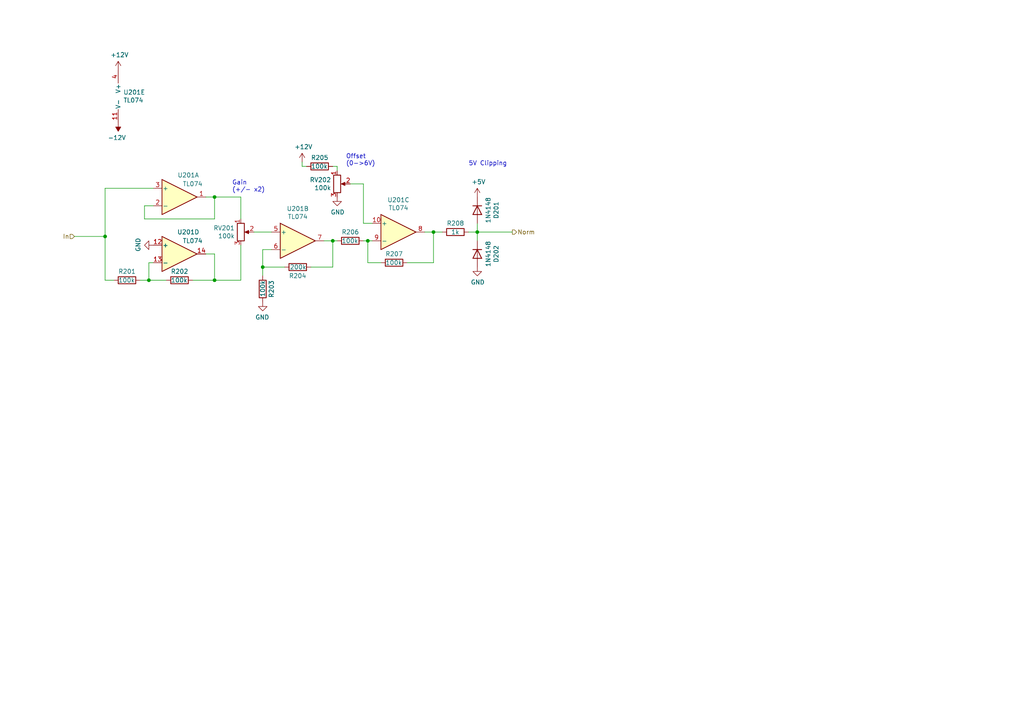
<source format=kicad_sch>
(kicad_sch (version 20230121) (generator eeschema)
  (paper "A4")
  (lib_symbols
    (symbol "Amplifier_Operational:TL074" (pin_names (offset 0.127))
      (property "Reference" "U" (at 0 5.08 0))
      (property "Value" "TL074" (at 0 -5.08 0))
      (symbol "TL074_1_1"
        (polyline (pts (xy -5.08 5.08) (xy 5.08 0) (xy -5.08 -5.08) (xy -5.08 5.08)) (stroke (width 0.254)) (fill (type background)))
        (pin output line (at 7.62 0 180) (length 2.54) (name "~") (number "1"))
        (pin input line (at -7.62 -2.54 0) (length 2.54) (name "-") (number "2"))
        (pin input line (at -7.62 2.54 0) (length 2.54) (name "+") (number "3"))
      )
      (symbol "TL074_2_1"
        (polyline (pts (xy -5.08 5.08) (xy 5.08 0) (xy -5.08 -5.08) (xy -5.08 5.08)) (stroke (width 0.254)) (fill (type background)))
        (pin input line (at -7.62 2.54 0) (length 2.54) (name "+") (number "5"))
        (pin input line (at -7.62 -2.54 0) (length 2.54) (name "-") (number "6"))
        (pin output line (at 7.62 0 180) (length 2.54) (name "~") (number "7"))
      )
      (symbol "TL074_3_1"
        (polyline (pts (xy -5.08 5.08) (xy 5.08 0) (xy -5.08 -5.08) (xy -5.08 5.08)) (stroke (width 0.254)) (fill (type background)))
        (pin input line (at -7.62 2.54 0) (length 2.54) (name "+") (number "10"))
        (pin output line (at 7.62 0 180) (length 2.54) (name "~") (number "8"))
        (pin input line (at -7.62 -2.54 0) (length 2.54) (name "-") (number "9"))
      )
      (symbol "TL074_4_1"
        (polyline (pts (xy -5.08 5.08) (xy 5.08 0) (xy -5.08 -5.08) (xy -5.08 5.08)) (stroke (width 0.254)) (fill (type background)))
        (pin input line (at -7.62 2.54 0) (length 2.54) (name "+") (number "12"))
        (pin input line (at -7.62 -2.54 0) (length 2.54) (name "-") (number "13"))
        (pin output line (at 7.62 0 180) (length 2.54) (name "~") (number "14"))
      )
      (symbol "TL074_5_1"
        (pin power_in line (at -2.54 -7.62 90) (length 3.81) (name "V-") (number "11"))
        (pin power_in line (at -2.54 7.62 270) (length 3.81) (name "V+") (number "4"))
      )
    )
    (symbol "Device:R" (pin_numbers hide) (pin_names (offset 0))
      (property "Reference" "R" (at 2.032 0 90))
      (property "Value" "R" (at 0 0 90))
      (symbol "R_0_1"
        (rectangle (start -1.016 -2.54) (end 1.016 2.54) (stroke (width 0.254)))
      )
      (symbol "R_1_1"
        (pin passive line (at 0 3.81 270) (length 1.27) (name "~") (number "1"))
        (pin passive line (at 0 -3.81 90) (length 1.27) (name "~") (number "2"))
      )
    )
    (symbol "Device:R_Potentiometer" (pin_names (offset 1.016) hide)
      (property "Reference" "RV" (at -4.445 0 90))
      (property "Value" "R_Potentiometer" (at -2.54 0 90))
      (symbol "R_Potentiometer_0_1"
        (polyline (pts (xy 2.54 0) (xy 1.524 0)))
        (polyline (pts (xy 1.143 0) (xy 2.286 0.508) (xy 2.286 -0.508) (xy 1.143 0)) (fill (type outline)))
        (rectangle (start 1.016 2.54) (end -1.016 -2.54) (stroke (width 0.254)))
      )
      (symbol "R_Potentiometer_1_1"
        (pin passive line (at 0 3.81 270) (length 1.27) (name "1") (number "1"))
        (pin passive line (at 3.81 0 180) (length 1.27) (name "2") (number "2"))
        (pin passive line (at 0 -3.81 90) (length 1.27) (name "3") (number "3"))
      )
    )
    (symbol "Diode:1N4148" (pin_numbers hide) (pin_names hide)
      (property "Reference" "D" (at 0 2.54 0))
      (property "Value" "1N4148" (at 0 -2.54 0))
      (symbol "1N4148_0_1"
        (polyline (pts (xy -1.27 1.27) (xy -1.27 -1.27)) (stroke (width 0.254)))
        (polyline (pts (xy 1.27 0) (xy -1.27 0)))
        (polyline (pts (xy 1.27 1.27) (xy 1.27 -1.27) (xy -1.27 0) (xy 1.27 1.27)) (stroke (width 0.254)))
      )
      (symbol "1N4148_1_1"
        (pin passive line (at -3.81 0 0) (length 2.54) (name "K") (number "1"))
        (pin passive line (at 3.81 0 180) (length 2.54) (name "A") (number "2"))
      )
    )
    (symbol "power:+12V" (power) (pin_names (offset 0))
      (property "Value" "+12V" (at 0 3.556 0))
      (symbol "+12V_0_1"
        (polyline (pts (xy -0.762 1.27) (xy 0 2.54)))
        (polyline (pts (xy 0 0) (xy 0 2.54)))
        (polyline (pts (xy 0 2.54) (xy 0.762 1.27)))
      )
      (symbol "+12V_1_1"
        (pin power_in line (at 0 0 90) (length 0) hide (name "+12V") (number "1"))
      )
    )
    (symbol "power:+5V" (power) (pin_names (offset 0))
      (property "Value" "+5V" (at 0 3.556 0))
      (symbol "+5V_0_1"
        (polyline (pts (xy -0.762 1.27) (xy 0 2.54)))
        (polyline (pts (xy 0 0) (xy 0 2.54)))
        (polyline (pts (xy 0 2.54) (xy 0.762 1.27)))
      )
      (symbol "+5V_1_1"
        (pin power_in line (at 0 0 90) (length 0) hide (name "+5V") (number "1"))
      )
    )
    (symbol "power:-12V" (power) (pin_names (offset 0))
      (property "Value" "-12V" (at 0 3.81 0))
      (symbol "-12V_0_0"
        (pin power_in line (at 0 0 90) (length 0) hide (name "-12V") (number "1"))
      )
      (symbol "-12V_0_1"
        (polyline (pts (xy 0 0) (xy 0 1.27) (xy 0.762 1.27) (xy 0 2.54) (xy -0.762 1.27) (xy 0 1.27)) (fill (type outline)))
      )
    )
    (symbol "power:GND" (power) (pin_names (offset 0))
      (property "Value" "GND" (at 0 -3.81 0))
      (symbol "GND_0_1"
        (polyline (pts (xy 0 0) (xy 0 -1.27) (xy 1.27 -1.27) (xy 0 -2.54) (xy -1.27 -1.27) (xy 0 -1.27)))
      )
      (symbol "GND_1_1"
        (pin power_in line (at 0 0 270) (length 0) hide (name "GND") (number "1"))
      )
    )
  )
  (junction (at 125.73 67.31))
  (junction (at 96.52 69.85))
  (junction (at 138.43 67.31))
  (junction (at 43.18 81.28))
  (junction (at 62.23 57.15))
  (junction (at 62.23 81.28))
  (junction (at 76.2 77.47))
  (junction (at 30.48 68.58))
  (junction (at 106.68 69.85))
  (wire (pts (xy 62.23 57.15) (xy 59.69 57.15)))
  (wire (pts (xy 105.41 53.34) (xy 105.41 64.77)))
  (wire (pts (xy 125.73 76.2) (xy 125.73 67.31)))
  (wire (pts (xy 105.41 64.77) (xy 107.95 64.77)))
  (wire (pts (xy 106.68 76.2) (xy 110.49 76.2)))
  (wire (pts (xy 138.43 69.85) (xy 138.43 67.31)))
  (wire (pts (xy 44.45 59.69) (xy 41.91 59.69)))
  (wire (pts (xy 76.2 77.47) (xy 76.2 72.39)))
  (wire (pts (xy 76.2 72.39) (xy 78.74 72.39)))
  (wire (pts (xy 76.2 80.01) (xy 76.2 77.47)))
  (wire (pts (xy 43.18 76.2) (xy 44.45 76.2)))
  (wire (pts (xy 138.43 67.31) (xy 148.59 67.31)))
  (wire (pts (xy 106.68 69.85) (xy 106.68 76.2)))
  (wire (pts (xy 30.48 81.28) (xy 33.02 81.28)))
  (wire (pts (xy 97.79 48.26) (xy 97.79 49.53)))
  (wire (pts (xy 78.74 67.31) (xy 73.66 67.31)))
  (wire (pts (xy 62.23 57.15) (xy 69.85 57.15)))
  (wire (pts (xy 96.52 48.26) (xy 97.79 48.26)))
  (wire (pts (xy 30.48 68.58) (xy 30.48 81.28)))
  (wire (pts (xy 21.59 68.58) (xy 30.48 68.58)))
  (wire (pts (xy 43.18 81.28) (xy 48.26 81.28)))
  (wire (pts (xy 44.45 54.61) (xy 30.48 54.61)))
  (wire (pts (xy 41.91 59.69) (xy 41.91 63.5)))
  (wire (pts (xy 62.23 81.28) (xy 62.23 73.66)))
  (wire (pts (xy 125.73 67.31) (xy 123.19 67.31)))
  (wire (pts (xy 69.85 81.28) (xy 62.23 81.28)))
  (wire (pts (xy 69.85 71.12) (xy 69.85 81.28)))
  (wire (pts (xy 62.23 73.66) (xy 59.69 73.66)))
  (wire (pts (xy 87.63 48.26) (xy 88.9 48.26)))
  (wire (pts (xy 96.52 69.85) (xy 97.79 69.85)))
  (wire (pts (xy 105.41 69.85) (xy 106.68 69.85)))
  (wire (pts (xy 69.85 57.15) (xy 69.85 63.5)))
  (wire (pts (xy 93.98 69.85) (xy 96.52 69.85)))
  (wire (pts (xy 96.52 69.85) (xy 96.52 77.47)))
  (wire (pts (xy 138.43 67.31) (xy 138.43 64.77)))
  (wire (pts (xy 135.89 67.31) (xy 138.43 67.31)))
  (wire (pts (xy 41.91 63.5) (xy 62.23 63.5)))
  (wire (pts (xy 30.48 54.61) (xy 30.48 68.58)))
  (wire (pts (xy 87.63 46.99) (xy 87.63 48.26)))
  (wire (pts (xy 55.88 81.28) (xy 62.23 81.28)))
  (wire (pts (xy 40.64 81.28) (xy 43.18 81.28)))
  (wire (pts (xy 43.18 81.28) (xy 43.18 76.2)))
  (wire (pts (xy 96.52 77.47) (xy 90.17 77.47)))
  (wire (pts (xy 101.6 53.34) (xy 105.41 53.34)))
  (wire (pts (xy 106.68 69.85) (xy 107.95 69.85)))
  (wire (pts (xy 118.11 76.2) (xy 125.73 76.2)))
  (wire (pts (xy 62.23 63.5) (xy 62.23 57.15)))
  (wire (pts (xy 128.27 67.31) (xy 125.73 67.31)))
  (wire (pts (xy 82.55 77.47) (xy 76.2 77.47)))
  (text "Offset\n(0->6V)" (at 100.33 48.26 0) (effects (font (size 1.27 1.27)) (justify left bottom)))
  (text "5V Clipping" (at 135.89 48.26 0) (effects (font (size 1.27 1.27)) (justify left bottom)))
  (text "Gain\n(+/- x2)" (at 67.31 55.88 0) (effects (font (size 1.27 1.27)) (justify left bottom)))
  (hierarchical_label "In" (shape input) (at 21.59 68.58 180))
  (hierarchical_label "Norm" (shape output) (at 148.59 67.31 0))
  (symbol (lib_id "Amplifier_Operational:TL074") (at 52.07 57.15 0) (unit 1)
    (property "Reference" "U201" (at 54.61 50.8 0))
    (property "Value" "TL074" (at 55.88 53.34 0))
    (property "Footprint" "Package_DIP:DIP-14_W7.62mm_LongPads" (effects hide))
    (property "Datasheet" "http://www.ti.com/lit/ds/symlink/tl071.pdf" (effects hide))
    (instances (project "Lights" (path "" (reference "U201") (unit 1)) (path "" (reference "U601") (unit 1)) (path "" (reference "U501") (unit 1)) (path "" (reference "U?") (unit 1))))
  )
  (symbol (lib_id "Amplifier_Operational:TL074") (at 115.57 67.31 0) (unit 3)
    (property "Reference" "U201" (at 115.57 57.9882 0))
    (property "Value" "TL074" (at 115.57 60.2996 0))
    (property "Footprint" "Package_DIP:DIP-14_W7.62mm_LongPads" (effects hide))
    (property "Datasheet" "http://www.ti.com/lit/ds/symlink/tl071.pdf" (effects hide))
    (instances (project "Lights" (path "" (reference "U201") (unit 3)) (path "" (reference "U601") (unit 3)) (path "" (reference "U501") (unit 3)) (path "" (reference "U?") (unit 3))))
  )
  (symbol (lib_id "Amplifier_Operational:TL074") (at 86.36 69.85 0) (unit 2)
    (property "Reference" "U201" (at 86.36 60.5282 0))
    (property "Value" "TL074" (at 86.36 62.8396 0))
    (property "Footprint" "Package_DIP:DIP-14_W7.62mm_LongPads" (effects hide))
    (property "Datasheet" "http://www.ti.com/lit/ds/symlink/tl071.pdf" (effects hide))
    (instances (project "Lights" (path "" (reference "U201") (unit 2)) (path "" (reference "U601") (unit 2)) (path "" (reference "U501") (unit 2)) (path "" (reference "U?") (unit 2))))
  )
  (symbol (lib_id "Amplifier_Operational:TL074") (at 52.07 73.66 0) (unit 4)
    (property "Reference" "U201" (at 54.61 67.31 0))
    (property "Value" "TL074" (at 55.88 69.85 0))
    (property "Footprint" "Package_DIP:DIP-14_W7.62mm_LongPads" (effects hide))
    (property "Datasheet" "http://www.ti.com/lit/ds/symlink/tl071.pdf" (effects hide))
    (instances (project "Lights" (path "" (reference "U201") (unit 4)) (path "" (reference "U601") (unit 4)) (path "" (reference "U501") (unit 4)) (path "" (reference "U?") (unit 4))))
  )
  (symbol (lib_id "Amplifier_Operational:TL074") (at 36.83 27.94 0) (unit 5)
    (property "Reference" "U201" (at 35.7632 26.7716 0) (effects (justify left)))
    (property "Value" "TL074" (at 35.7632 29.083 0) (effects (justify left)))
    (property "Footprint" "Package_DIP:DIP-14_W7.62mm_LongPads" (effects hide))
    (property "Datasheet" "http://www.ti.com/lit/ds/symlink/tl071.pdf" (effects hide))
    (instances (project "Lights" (path "" (reference "U201") (unit 5)) (path "" (reference "U601") (unit 5)) (path "" (reference "U501") (unit 5)) (path "" (reference "U?") (unit 5))))
  )
  (symbol (lib_id "Device:R") (at 52.07 81.28 270) (unit 1)
    (property "Reference" "R202" (at 49.53 78.74 90) (effects (justify left)))
    (property "Value" "100k" (at 49.53 81.28 90) (effects (justify left)))
    (property "Footprint" "Resistor_THT:R_Axial_DIN0204_L3.6mm_D1.6mm_P2.54mm_Vertical" (effects hide))
    (instances (project "Lights" (path "" (reference "R202") (unit 1)) (path "" (reference "R602") (unit 1)) (path "" (reference "R502") (unit 1)) (path "" (reference "R?") (unit 1))))
  )
  (symbol (lib_id "power:GND") (at 44.45 71.12 270) (mirror x) (unit 1)
    (property "Reference" "#PWR?" (effects hide))
    (property "Value" "GND" (at 40.0558 70.993 0))
    (instances (project "Lights" (path "" (reference "#PWR0503") (unit 1)) (path "" (reference "#PWR?") (unit 1)) (path "" (reference "#PWR0603") (unit 1)) (path "" (reference "#PWR0203") (unit 1))))
  )
  (symbol (lib_id "Device:R") (at 36.83 81.28 270) (unit 1)
    (property "Reference" "R201" (at 34.29 78.74 90) (effects (justify left)))
    (property "Value" "100k" (at 34.29 81.28 90) (effects (justify left)))
    (property "Footprint" "Resistor_THT:R_Axial_DIN0204_L3.6mm_D1.6mm_P2.54mm_Vertical" (effects hide))
    (instances (project "Lights" (path "" (reference "R201") (unit 1)) (path "" (reference "R601") (unit 1)) (path "" (reference "R501") (unit 1)) (path "" (reference "R?") (unit 1))))
  )
  (symbol (lib_id "Device:R_Potentiometer") (at 69.85 67.31 0) (unit 1)
    (property "Reference" "RV201" (at 68.0974 66.1416 0) (effects (justify right)))
    (property "Value" "100k" (at 68.0974 68.453 0) (effects (justify right)))
    (property "Footprint" "Connector_PinHeader_2.54mm:PinHeader_1x03_P2.54mm_Vertical" (effects hide))
    (instances (project "Lights" (path "" (reference "RV201") (unit 1)) (path "" (reference "RV601") (unit 1)) (path "" (reference "RV501") (unit 1)) (path "" (reference "RV?") (unit 1))))
  )
  (symbol (lib_id "Device:R") (at 76.2 83.82 180) (unit 1)
    (property "Reference" "R203" (at 78.74 81.28 90) (effects (justify left)))
    (property "Value" "100k" (at 76.2 81.28 90) (effects (justify left)))
    (property "Footprint" "Resistor_THT:R_Axial_DIN0204_L3.6mm_D1.6mm_P2.54mm_Vertical" (effects hide))
    (instances (project "Lights" (path "" (reference "R203") (unit 1)) (path "" (reference "R603") (unit 1)) (path "" (reference "R503") (unit 1)) (path "" (reference "R?") (unit 1))))
  )
  (symbol (lib_id "Device:R") (at 86.36 77.47 90) (unit 1)
    (property "Reference" "R204" (at 88.9 80.01 90) (effects (justify left)))
    (property "Value" "200k" (at 88.9 77.47 90) (effects (justify left)))
    (property "Footprint" "Resistor_THT:R_Axial_DIN0204_L3.6mm_D1.6mm_P2.54mm_Vertical" (effects hide))
    (instances (project "Lights" (path "" (reference "R204") (unit 1)) (path "" (reference "R604") (unit 1)) (path "" (reference "R504") (unit 1)) (path "" (reference "R?") (unit 1))))
  )
  (symbol (lib_id "power:GND") (at 76.2 87.63 0) (mirror y) (unit 1)
    (property "Reference" "#PWR?" (effects hide))
    (property "Value" "GND" (at 76.073 92.0242 0))
    (instances (project "Lights" (path "" (reference "#PWR0504") (unit 1)) (path "" (reference "#PWR?") (unit 1)) (path "" (reference "#PWR0604") (unit 1)) (path "" (reference "#PWR0204") (unit 1))))
  )
  (symbol (lib_id "Device:R_Potentiometer") (at 97.79 53.34 0) (unit 1)
    (property "Reference" "RV202" (at 96.0374 52.1716 0) (effects (justify right)))
    (property "Value" "100k" (at 96.0374 54.483 0) (effects (justify right)))
    (property "Footprint" "Connector_PinHeader_2.54mm:PinHeader_1x03_P2.54mm_Vertical" (effects hide))
    (instances (project "Lights" (path "" (reference "RV202") (unit 1)) (path "" (reference "RV602") (unit 1)) (path "" (reference "RV502") (unit 1)) (path "" (reference "RV?") (unit 1))))
  )
  (symbol (lib_id "power:GND") (at 97.79 57.15 0) (unit 1)
    (property "Reference" "#PWR0206" (effects hide))
    (property "Value" "GND" (at 97.917 61.5442 0))
    (instances (project "Lights" (path "" (reference "#PWR0206") (unit 1)) (path "" (reference "#PWR0606") (unit 1)) (path "" (reference "#PWR0506") (unit 1)) (path "" (reference "#PWR?") (unit 1))))
  )
  (symbol (lib_id "Device:R") (at 101.6 69.85 270) (unit 1)
    (property "Reference" "R206" (at 99.06 67.31 90) (effects (justify left)))
    (property "Value" "100k" (at 99.06 69.85 90) (effects (justify left)))
    (property "Footprint" "Resistor_THT:R_Axial_DIN0204_L3.6mm_D1.6mm_P7.62mm_Horizontal" (effects hide))
    (instances (project "Lights" (path "" (reference "R206") (unit 1)) (path "" (reference "R606") (unit 1)) (path "" (reference "R506") (unit 1)) (path "" (reference "R?") (unit 1))))
  )
  (symbol (lib_id "Device:R") (at 114.3 76.2 270) (unit 1)
    (property "Reference" "R207" (at 111.76 73.66 90) (effects (justify left)))
    (property "Value" "100k" (at 111.76 76.2 90) (effects (justify left)))
    (property "Footprint" "Resistor_THT:R_Axial_DIN0204_L3.6mm_D1.6mm_P2.54mm_Vertical" (effects hide))
    (instances (project "Lights" (path "" (reference "R207") (unit 1)) (path "" (reference "R607") (unit 1)) (path "" (reference "R507") (unit 1)) (path "" (reference "R?") (unit 1))))
  )
  (symbol (lib_id "Device:R") (at 132.08 67.31 270) (unit 1)
    (property "Reference" "R208" (at 129.54 64.77 90) (effects (justify left)))
    (property "Value" "1k" (at 130.81 67.31 90) (effects (justify left)))
    (property "Footprint" "Resistor_THT:R_Axial_DIN0204_L3.6mm_D1.6mm_P2.54mm_Vertical" (effects hide))
    (instances (project "Lights" (path "" (reference "R208") (unit 1)) (path "" (reference "R608") (unit 1)) (path "" (reference "R508") (unit 1)) (path "" (reference "R?") (unit 1))))
  )
  (symbol (lib_id "Diode:1N4148") (at 138.43 60.96 270) (unit 1)
    (property "Reference" "D201" (at 143.9164 60.96 0))
    (property "Value" "1N4148" (at 141.605 60.96 0))
    (property "Footprint" "Diode_THT:D_DO-35_SOD27_P2.54mm_Vertical_KathodeUp" (effects hide))
    (property "Datasheet" "https://assets.nexperia.com/documents/data-sheet/1N4148_1N4448.pdf" (effects hide))
    (instances (project "Lights" (path "" (reference "D201") (unit 1)) (path "" (reference "D601") (unit 1)) (path "" (reference "D501") (unit 1)) (path "" (reference "D?") (unit 1))))
  )
  (symbol (lib_id "Diode:1N4148") (at 138.43 73.66 270) (unit 1)
    (property "Reference" "D202" (at 143.9164 73.66 0))
    (property "Value" "1N4148" (at 141.605 73.66 0))
    (property "Footprint" "Diode_THT:D_DO-35_SOD27_P2.54mm_Vertical_KathodeUp" (effects hide))
    (property "Datasheet" "https://assets.nexperia.com/documents/data-sheet/1N4148_1N4448.pdf" (effects hide))
    (instances (project "Lights" (path "" (reference "D202") (unit 1)) (path "" (reference "D602") (unit 1)) (path "" (reference "D502") (unit 1)) (path "" (reference "D?") (unit 1))))
  )
  (symbol (lib_id "power:+5V") (at 138.43 57.15 0) (unit 1)
    (property "Reference" "#PWR0207" (effects hide))
    (property "Value" "+5V" (at 138.811 52.7558 0))
    (instances (project "Lights" (path "" (reference "#PWR0207") (unit 1)) (path "" (reference "#PWR0607") (unit 1)) (path "" (reference "#PWR0507") (unit 1)) (path "" (reference "#PWR?") (unit 1))))
  )
  (symbol (lib_id "power:GND") (at 138.43 77.47 0) (unit 1)
    (property "Reference" "#PWR0208" (effects hide))
    (property "Value" "GND" (at 138.557 81.8642 0))
    (instances (project "Lights" (path "" (reference "#PWR0208") (unit 1)) (path "" (reference "#PWR0608") (unit 1)) (path "" (reference "#PWR0508") (unit 1)) (path "" (reference "#PWR?") (unit 1))))
  )
  (symbol (lib_id "Device:R") (at 92.71 48.26 270) (unit 1)
    (property "Reference" "R205" (at 90.17 45.72 90) (effects (justify left)))
    (property "Value" "100k" (at 90.17 48.26 90) (effects (justify left)))
    (property "Footprint" "Resistor_THT:R_Axial_DIN0204_L3.6mm_D1.6mm_P2.54mm_Vertical" (effects hide))
    (instances (project "Lights" (path "" (reference "R205") (unit 1)) (path "" (reference "R605") (unit 1)) (path "" (reference "R505") (unit 1)) (path "" (reference "R?") (unit 1))))
  )
  (symbol (lib_id "power:-12V") (at 34.29 35.56 180) (unit 1)
    (property "Reference" "#PWR0202" (effects hide))
    (property "Value" "-12V" (at 33.909 39.9542 0))
    (instances (project "Lights" (path "" (reference "#PWR0202") (unit 1)) (path "" (reference "#PWR0602") (unit 1)) (path "" (reference "#PWR0502") (unit 1)) (path "" (reference "#PWR?") (unit 1))))
  )
  (symbol (lib_id "power:+12V") (at 87.63 46.99 0) (unit 1)
    (property "Reference" "#PWR0205" (effects hide))
    (property "Value" "+12V" (at 88.011 42.5958 0))
    (instances (project "Lights" (path "" (reference "#PWR0205") (unit 1)) (path "" (reference "#PWR0605") (unit 1)) (path "" (reference "#PWR0505") (unit 1)) (path "" (reference "#PWR?") (unit 1))))
  )
  (symbol (lib_id "power:+12V") (at 34.29 20.32 0) (unit 1)
    (property "Reference" "#PWR0201" (effects hide))
    (property "Value" "+12V" (at 34.671 15.9258 0))
    (instances (project "Lights" (path "" (reference "#PWR0201") (unit 1)) (path "" (reference "#PWR0601") (unit 1)) (path "" (reference "#PWR0501") (unit 1)) (path "" (reference "#PWR?") (unit 1))))
  )
)
</source>
